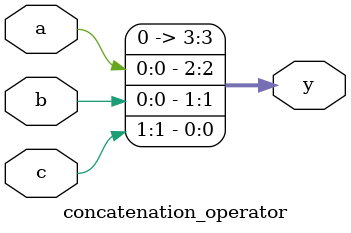
<source format=v>
`timescale 1ns / 1ps


module concatenation_operator(a, b,c,y);
input a;
input [1:0]b;
input [2:0]c;
output [3:0]y;
  assign y = {a, b[0], c[1]};
endmodule


</source>
